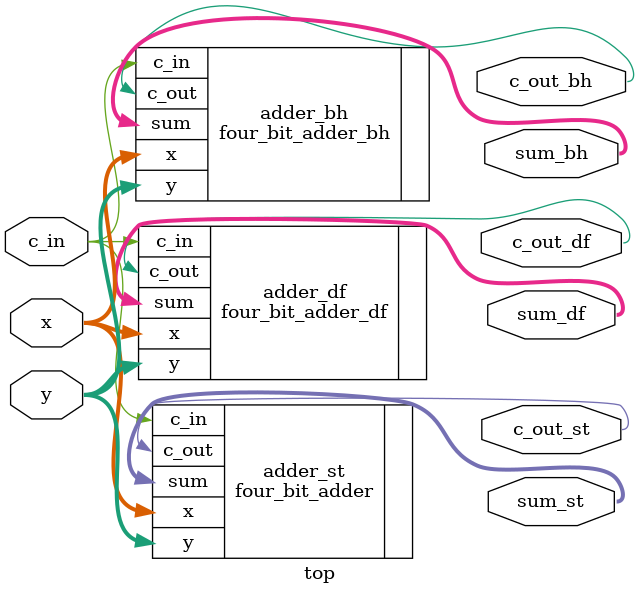
<source format=v>
`timescale 1ns / 1ps

module top(
    input wire [3:0] x, y,
    input wire c_in,
    output wire [3:0] sum_st,
    output wire [3:0] sum_df,
    output wire [3:0] sum_bh,
    output wire c_out_st,
    output wire c_out_df,
    output wire c_out_bh
);

    // Structure
    four_bit_adder adder_st(
        .x(x),
        .y(y),
        .c_in(c_in),
        .sum(sum_st),
        .c_out(c_out_st)
    );
    
    // Dataflow
    four_bit_adder_df adder_df(
        .x(x),
        .y(y),
        .c_in(c_in),
        .sum(sum_df),
        .c_out(c_out_df)
    );
    
    // Behavioral
    four_bit_adder_bh adder_bh(
        .x(x),
        .y(y),
        .c_in(c_in),
        .sum(sum_bh),
        .c_out(c_out_bh)
    );
    
        
endmodule

</source>
